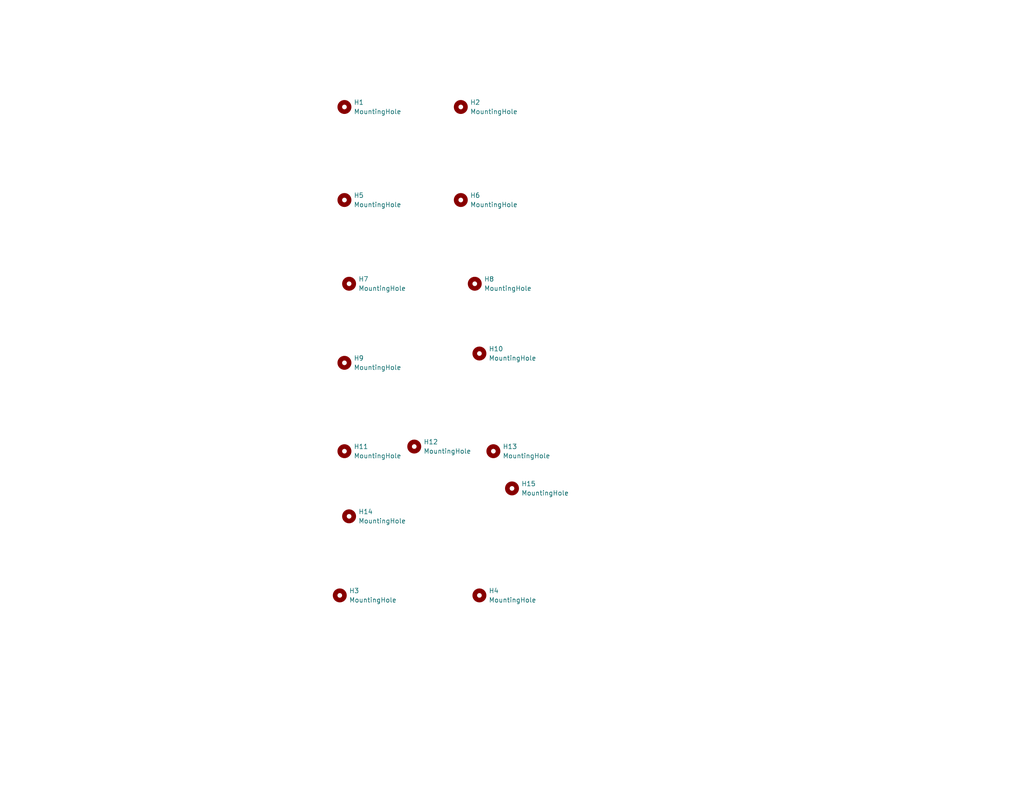
<source format=kicad_sch>
(kicad_sch (version 20250114) (generator "eeschema") (generator_version "9.0")
  (paper "USLetter")
  (title_block (title "ADSR EG Faceplate") (date "2025-12-23") (rev "1.0") (company "idyllm") (comment 1 "CC BY-SA 4.0"))
  (lib_symbols
    (symbol "Mechanical:MountingHole" (pin_names (offset 1.016)) (in_bom no)
      (property "Reference" "H" (at 0 5.08 0))
      (property "Value" "MountingHole" (at 0 3.175 0))
      (symbol "MountingHole_0_1"
        (circle (center 0 0) (radius 1.27) (stroke (width 1.27)))
      )
    )
  )
  (symbol (lib_id "Mechanical:MountingHole") (at 95.25 140.97 0) (unit 1) (in_bom no)
    (property "Reference" "H14" (at 97.79 139.6999 0) (effects (justify left)))
    (property "Value" "MountingHole" (at 97.79 142.2399 0) (effects (justify left)))
    (property "Footprint" "MountingHole:MountingHole_5.5mm" (effects (hide yes)))
    (property "Description" "Mounting Hole without connection" (effects (hide yes)))
  )
  (symbol (lib_id "Mechanical:MountingHole") (at 93.98 99.06 0) (unit 1) (in_bom no)
    (property "Reference" "H9" (at 96.52 97.7899 0) (effects (justify left)))
    (property "Value" "MountingHole" (at 96.52 100.3299 0) (effects (justify left)))
    (property "Footprint" "MountingHole:MountingHole_5.5mm" (effects (hide yes)))
    (property "Description" "Mounting Hole without connection" (effects (hide yes)))
  )
  (symbol (lib_id "Mechanical:MountingHole") (at 129.54 77.47 0) (unit 1) (in_bom no)
    (property "Reference" "H8" (at 132.08 76.1999 0) (effects (justify left)))
    (property "Value" "MountingHole" (at 132.08 78.7399 0) (effects (justify left)))
    (property "Footprint" "AudioJacks:PanelHole_Potentiometer_6.8mm_13mm_knob" (effects (hide yes)))
    (property "Description" "Mounting Hole without connection" (effects (hide yes)))
  )
  (symbol (lib_id "Mechanical:MountingHole") (at 93.98 123.19 0) (unit 1) (in_bom no)
    (property "Reference" "H11" (at 96.52 121.9199 0) (effects (justify left)))
    (property "Value" "MountingHole" (at 96.52 124.4599 0) (effects (justify left)))
    (property "Footprint" "AudioJacks:PanelHole_AudioJack_6.8mm" (effects (hide yes)))
    (property "Description" "Mounting Hole without connection" (effects (hide yes)))
  )
  (symbol (lib_id "Mechanical:MountingHole") (at 93.98 29.21 0) (unit 1) (in_bom no)
    (property "Reference" "H1" (at 96.52 27.9399 0) (effects (justify left)))
    (property "Value" "MountingHole" (at 96.52 30.4799 0) (effects (justify left)))
    (property "Footprint" "MountingHole:MountingHole_3.2mm_M3_DIN965" (effects (hide yes)))
    (property "Description" "Mounting Hole without connection" (effects (hide yes)))
  )
  (symbol (lib_id "Mechanical:MountingHole") (at 125.73 54.61 0) (unit 1) (in_bom no)
    (property "Reference" "H6" (at 128.27 53.3399 0) (effects (justify left)))
    (property "Value" "MountingHole" (at 128.27 55.8799 0) (effects (justify left)))
    (property "Footprint" "AudioJacks:PanelHole_Potentiometer_6.8mm_13mm_knob" (effects (hide yes)))
    (property "Description" "Mounting Hole without connection" (effects (hide yes)))
  )
  (symbol (lib_id "Mechanical:MountingHole") (at 113.03 121.92 0) (unit 1) (in_bom no)
    (property "Reference" "H12" (at 115.57 120.6499 0) (effects (justify left)))
    (property "Value" "MountingHole" (at 115.57 123.1899 0) (effects (justify left)))
    (property "Footprint" "AudioJacks:PanelHole_AudioJack_6.8mm" (effects (hide yes)))
    (property "Description" "Mounting Hole without connection" (effects (hide yes)))
  )
  (symbol (lib_id "Mechanical:MountingHole") (at 92.71 162.56 0) (unit 1) (in_bom no)
    (property "Reference" "H3" (at 95.25 161.2899 0) (effects (justify left)))
    (property "Value" "MountingHole" (at 95.25 163.8299 0) (effects (justify left)))
    (property "Footprint" "MountingHole:MountingHole_3.2mm_M3_DIN965" (effects (hide yes)))
    (property "Description" "Mounting Hole without connection" (effects (hide yes)))
  )
  (symbol (lib_id "Mechanical:MountingHole") (at 130.81 96.52 0) (unit 1) (in_bom no)
    (property "Reference" "H10" (at 133.35 95.2499 0) (effects (justify left)))
    (property "Value" "MountingHole" (at 133.35 97.7899 0) (effects (justify left)))
    (property "Footprint" "AudioJacks:PanelHole_Potentiometer_6.8mm_13mm_knob" (effects (hide yes)))
    (property "Description" "Mounting Hole without connection" (effects (hide yes)))
  )
  (symbol (lib_id "Mechanical:MountingHole") (at 93.98 54.61 0) (unit 1) (in_bom no)
    (property "Reference" "H5" (at 96.52 53.3399 0) (effects (justify left)))
    (property "Value" "MountingHole" (at 96.52 55.8799 0) (effects (justify left)))
    (property "Footprint" "AudioJacks:PanelHole_Potentiometer_6.8mm_13mm_knob" (effects (hide yes)))
    (property "Description" "Mounting Hole without connection" (effects (hide yes)))
  )
  (symbol (lib_id "Mechanical:MountingHole") (at 125.73 29.21 0) (unit 1) (in_bom no)
    (property "Reference" "H2" (at 128.27 27.9399 0) (effects (justify left)))
    (property "Value" "MountingHole" (at 128.27 30.4799 0) (effects (justify left)))
    (property "Footprint" "MountingHole:MountingHole_3.2mm_M3_DIN965" (effects (hide yes)))
    (property "Description" "Mounting Hole without connection" (effects (hide yes)))
  )
  (symbol (lib_id "Mechanical:MountingHole") (at 95.25 77.47 0) (unit 1) (in_bom no)
    (property "Reference" "H7" (at 97.79 76.1999 0) (effects (justify left)))
    (property "Value" "MountingHole" (at 97.79 78.7399 0) (effects (justify left)))
    (property "Footprint" "AudioJacks:PanelHole_Potentiometer_6.8mm_13mm_knob" (effects (hide yes)))
    (property "Description" "Mounting Hole without connection" (effects (hide yes)))
  )
  (symbol (lib_id "Mechanical:MountingHole") (at 139.7 133.35 0) (unit 1) (in_bom no)
    (property "Reference" "H15" (at 142.24 132.0799 0) (effects (justify left)))
    (property "Value" "MountingHole" (at 142.24 134.6199 0) (effects (justify left)))
    (property "Footprint" "MountingHole:MountingHole_3.2mm_M3_DIN965" (effects (hide yes)))
    (property "Description" "Mounting Hole without connection" (effects (hide yes)))
  )
  (symbol (lib_id "Mechanical:MountingHole") (at 130.81 162.56 0) (unit 1) (in_bom no)
    (property "Reference" "H4" (at 133.35 161.2899 0) (effects (justify left)))
    (property "Value" "MountingHole" (at 133.35 163.8299 0) (effects (justify left)))
    (property "Footprint" "MountingHole:MountingHole_3.2mm_M3_DIN965" (effects (hide yes)))
    (property "Description" "Mounting Hole without connection" (effects (hide yes)))
  )
  (symbol (lib_id "Mechanical:MountingHole") (at 134.62 123.19 0) (unit 1) (in_bom no)
    (property "Reference" "H13" (at 137.16 121.9199 0) (effects (justify left)))
    (property "Value" "MountingHole" (at 137.16 124.4599 0) (effects (justify left)))
    (property "Footprint" "AudioJacks:PanelHole_AudioJack_6.8mm" (effects (hide yes)))
    (property "Description" "Mounting Hole without connection" (effects (hide yes)))
  )
)
</source>
